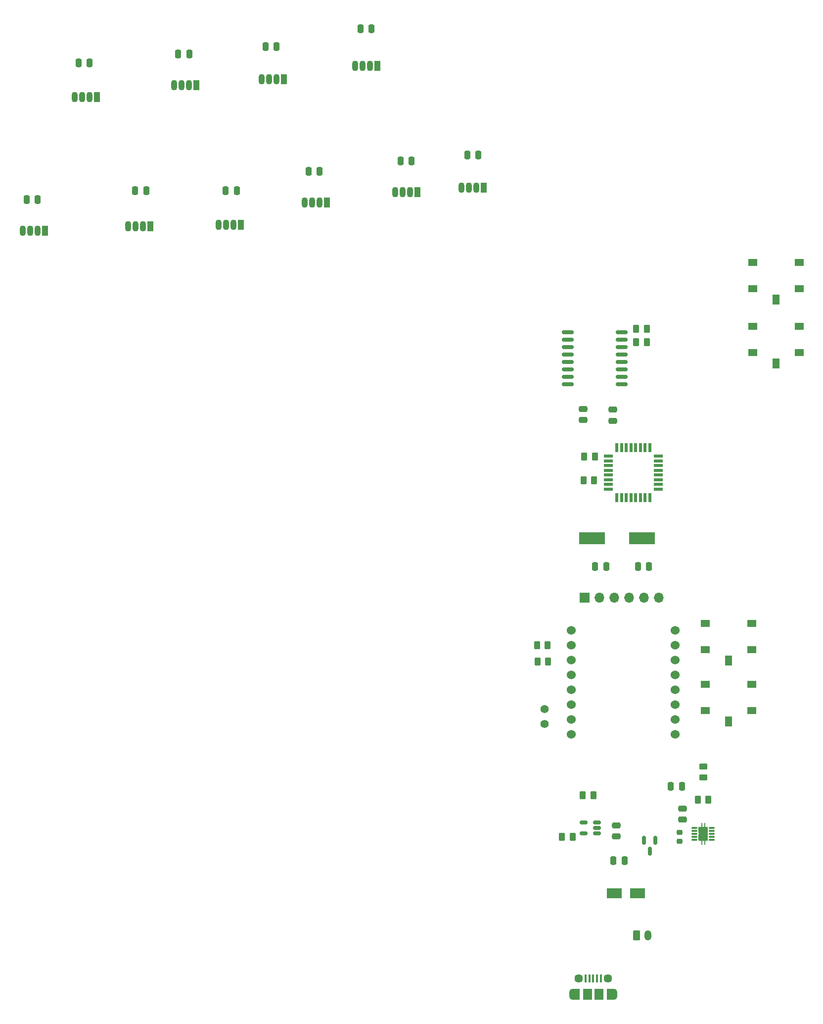
<source format=gbr>
%TF.GenerationSoftware,KiCad,Pcbnew,(6.0.9-0)*%
%TF.CreationDate,2023-01-14T11:07:59-05:00*%
%TF.ProjectId,JF-PimpleClock,4a462d50-696d-4706-9c65-436c6f636b2e,rev?*%
%TF.SameCoordinates,Original*%
%TF.FileFunction,Soldermask,Top*%
%TF.FilePolarity,Negative*%
%FSLAX46Y46*%
G04 Gerber Fmt 4.6, Leading zero omitted, Abs format (unit mm)*
G04 Created by KiCad (PCBNEW (6.0.9-0)) date 2023-01-14 11:07:59*
%MOMM*%
%LPD*%
G01*
G04 APERTURE LIST*
G04 Aperture macros list*
%AMRoundRect*
0 Rectangle with rounded corners*
0 $1 Rounding radius*
0 $2 $3 $4 $5 $6 $7 $8 $9 X,Y pos of 4 corners*
0 Add a 4 corners polygon primitive as box body*
4,1,4,$2,$3,$4,$5,$6,$7,$8,$9,$2,$3,0*
0 Add four circle primitives for the rounded corners*
1,1,$1+$1,$2,$3*
1,1,$1+$1,$4,$5*
1,1,$1+$1,$6,$7*
1,1,$1+$1,$8,$9*
0 Add four rect primitives between the rounded corners*
20,1,$1+$1,$2,$3,$4,$5,0*
20,1,$1+$1,$4,$5,$6,$7,0*
20,1,$1+$1,$6,$7,$8,$9,0*
20,1,$1+$1,$8,$9,$2,$3,0*%
G04 Aperture macros list end*
%ADD10RoundRect,0.250000X0.262500X0.450000X-0.262500X0.450000X-0.262500X-0.450000X0.262500X-0.450000X0*%
%ADD11RoundRect,0.250000X0.450000X-0.262500X0.450000X0.262500X-0.450000X0.262500X-0.450000X-0.262500X0*%
%ADD12R,1.700000X1.700000*%
%ADD13O,1.700000X1.700000*%
%ADD14RoundRect,0.250000X0.475000X-0.250000X0.475000X0.250000X-0.475000X0.250000X-0.475000X-0.250000X0*%
%ADD15O,0.990000X0.420000*%
%ADD16RoundRect,0.070000X-0.140000X-0.140000X0.140000X-0.140000X0.140000X0.140000X-0.140000X0.140000X0*%
%ADD17R,0.680000X1.050000*%
%ADD18C,0.600000*%
%ADD19R,0.260000X0.500000*%
%ADD20R,1.650000X2.400000*%
%ADD21R,0.280000X0.700000*%
%ADD22R,1.600000X0.550000*%
%ADD23R,0.550000X1.600000*%
%ADD24RoundRect,0.250000X-0.250000X-0.475000X0.250000X-0.475000X0.250000X0.475000X-0.250000X0.475000X0*%
%ADD25R,1.070000X1.800000*%
%ADD26O,1.070000X1.800000*%
%ADD27R,0.400000X1.350000*%
%ADD28R,1.500000X1.900000*%
%ADD29R,1.200000X1.900000*%
%ADD30C,1.450000*%
%ADD31O,1.200000X1.900000*%
%ADD32RoundRect,0.150000X-0.875000X-0.150000X0.875000X-0.150000X0.875000X0.150000X-0.875000X0.150000X0*%
%ADD33RoundRect,0.250000X0.250000X0.475000X-0.250000X0.475000X-0.250000X-0.475000X0.250000X-0.475000X0*%
%ADD34C,1.524000*%
%ADD35R,1.550000X1.300000*%
%ADD36R,1.300000X1.700000*%
%ADD37RoundRect,0.250000X-0.262500X-0.450000X0.262500X-0.450000X0.262500X0.450000X-0.262500X0.450000X0*%
%ADD38RoundRect,0.218750X0.256250X-0.218750X0.256250X0.218750X-0.256250X0.218750X-0.256250X-0.218750X0*%
%ADD39RoundRect,0.250000X-0.475000X0.250000X-0.475000X-0.250000X0.475000X-0.250000X0.475000X0.250000X0*%
%ADD40RoundRect,0.150000X0.512500X0.150000X-0.512500X0.150000X-0.512500X-0.150000X0.512500X-0.150000X0*%
%ADD41R,2.500000X1.800000*%
%ADD42RoundRect,0.250000X-0.350000X-0.625000X0.350000X-0.625000X0.350000X0.625000X-0.350000X0.625000X0*%
%ADD43O,1.200000X1.750000*%
%ADD44C,1.400000*%
%ADD45RoundRect,0.150000X-0.150000X0.587500X-0.150000X-0.587500X0.150000X-0.587500X0.150000X0.587500X0*%
%ADD46R,4.500000X2.000000*%
G04 APERTURE END LIST*
D10*
%TO.C,R3*%
X146338000Y52037500D03*
X144513000Y52037500D03*
%TD*%
D11*
%TO.C,R10*%
X168672000Y62197500D03*
X168672000Y64022500D03*
%TD*%
D12*
%TO.C,J1*%
X148336000Y92964000D03*
D13*
X150876000Y92964000D03*
X153416000Y92964000D03*
X155956000Y92964000D03*
X158496000Y92964000D03*
X161036000Y92964000D03*
%TD*%
D14*
%TO.C,C18*%
X153162000Y123190000D03*
X153162000Y125090000D03*
%TD*%
D15*
%TO.C,U5*%
X167197000Y53545500D03*
D16*
X166912000Y53545500D03*
X166912000Y53045500D03*
D15*
X167197000Y53045500D03*
X167197000Y52545500D03*
D16*
X166912000Y52545500D03*
D15*
X167197000Y52045500D03*
D16*
X166912000Y52045500D03*
X166912000Y51545500D03*
D15*
X167197000Y51545500D03*
X170147000Y51545500D03*
D16*
X170432000Y51545500D03*
D15*
X170147000Y52045500D03*
D16*
X170432000Y52045500D03*
X170432000Y52545500D03*
D15*
X170147000Y52545500D03*
D16*
X170432000Y53045500D03*
D15*
X170147000Y53045500D03*
D16*
X170432000Y53545500D03*
D15*
X170147000Y53545500D03*
D17*
X169122000Y51910500D03*
D18*
X168672000Y52545500D03*
D17*
X168222000Y51910500D03*
D18*
X168172000Y53295500D03*
D19*
X168922000Y54175500D03*
D18*
X169172000Y53295500D03*
D20*
X168672000Y52545500D03*
D21*
X168922000Y50995500D03*
D18*
X169172000Y51795500D03*
D21*
X168422000Y54095500D03*
D19*
X168422000Y50915500D03*
D21*
X168422000Y50995500D03*
D18*
X168172000Y51795500D03*
D17*
X169122000Y53180500D03*
X168222000Y53180500D03*
D21*
X168922000Y54095500D03*
D19*
X168922000Y50915500D03*
X168422000Y54175500D03*
%TD*%
D10*
%TO.C,R5*%
X150010500Y113030000D03*
X148185500Y113030000D03*
%TD*%
D22*
%TO.C,U1*%
X152468000Y117100000D03*
X152468000Y116300000D03*
X152468000Y115500000D03*
X152468000Y114700000D03*
X152468000Y113900000D03*
X152468000Y113100000D03*
X152468000Y112300000D03*
X152468000Y111500000D03*
D23*
X153918000Y110050000D03*
X154718000Y110050000D03*
X155518000Y110050000D03*
X156318000Y110050000D03*
X157118000Y110050000D03*
X157918000Y110050000D03*
X158718000Y110050000D03*
X159518000Y110050000D03*
D22*
X160968000Y111500000D03*
X160968000Y112300000D03*
X160968000Y113100000D03*
X160968000Y113900000D03*
X160968000Y114700000D03*
X160968000Y115500000D03*
X160968000Y116300000D03*
X160968000Y117100000D03*
D23*
X159518000Y118550000D03*
X158718000Y118550000D03*
X157918000Y118550000D03*
X157118000Y118550000D03*
X156318000Y118550000D03*
X155518000Y118550000D03*
X154718000Y118550000D03*
X153918000Y118550000D03*
%TD*%
D10*
%TO.C,R2*%
X159004000Y136652000D03*
X157179000Y136652000D03*
%TD*%
D24*
%TO.C,C13*%
X109982000Y190246000D03*
X111882000Y190246000D03*
%TD*%
D25*
%TO.C,Dh2*%
X81910000Y180594000D03*
D26*
X80640000Y180594000D03*
X79370000Y180594000D03*
X78100000Y180594000D03*
%TD*%
D27*
%TO.C,J4*%
X148544000Y27846000D03*
X149194000Y27846000D03*
X149844000Y27846000D03*
X150494000Y27846000D03*
X151144000Y27846000D03*
D28*
X150844000Y25146000D03*
X148844000Y25146000D03*
D29*
X152744000Y25146000D03*
D30*
X152344000Y27846000D03*
D31*
X153344000Y25146000D03*
D30*
X147344000Y27846000D03*
D29*
X146944000Y25146000D03*
D31*
X146344000Y25146000D03*
%TD*%
D32*
%TO.C,U2*%
X145464000Y138303000D03*
X145464000Y137033000D03*
X145464000Y135763000D03*
X145464000Y134493000D03*
X145464000Y133223000D03*
X145464000Y131953000D03*
X145464000Y130683000D03*
X145464000Y129413000D03*
X154764000Y129413000D03*
X154764000Y130683000D03*
X154764000Y131953000D03*
X154764000Y133223000D03*
X154764000Y134493000D03*
X154764000Y135763000D03*
X154764000Y137033000D03*
X154764000Y138303000D03*
%TD*%
D33*
%TO.C,C16*%
X165050000Y60673500D03*
X163150000Y60673500D03*
%TD*%
D24*
%TO.C,C12*%
X116840000Y167640000D03*
X118740000Y167640000D03*
%TD*%
D34*
%TO.C,U3*%
X146050000Y87376000D03*
X146050000Y84836000D03*
X146050000Y82296000D03*
X146050000Y79756000D03*
X146050000Y77216000D03*
X146050000Y74676000D03*
X146050000Y72136000D03*
X146050000Y69596000D03*
X163830000Y69596000D03*
X163830000Y72136000D03*
X163830000Y74676000D03*
X163830000Y77216000D03*
X163830000Y79756000D03*
X163830000Y82296000D03*
X163830000Y84836000D03*
X163830000Y87376000D03*
%TD*%
D24*
%TO.C,C9*%
X101092000Y165862000D03*
X102992000Y165862000D03*
%TD*%
D14*
%TO.C,C17*%
X165116000Y54963500D03*
X165116000Y56863500D03*
%TD*%
D24*
%TO.C,C10*%
X78806000Y185928000D03*
X80706000Y185928000D03*
%TD*%
D35*
%TO.C,SW3*%
X168994000Y78100000D03*
X176954000Y78100000D03*
X176954000Y73600000D03*
X168994000Y73600000D03*
D36*
X172974000Y71760000D03*
%TD*%
D25*
%TO.C,Dm3*%
X89530000Y156718000D03*
D26*
X88260000Y156718000D03*
X86990000Y156718000D03*
X85720000Y156718000D03*
%TD*%
D24*
%TO.C,C6*%
X71440000Y162560000D03*
X73340000Y162560000D03*
%TD*%
D37*
%TO.C,R9*%
X167759500Y58387500D03*
X169584500Y58387500D03*
%TD*%
D25*
%TO.C,Dm4*%
X104262000Y160528000D03*
D26*
X102992000Y160528000D03*
X101722000Y160528000D03*
X100452000Y160528000D03*
%TD*%
D24*
%TO.C,C11*%
X93726000Y187198000D03*
X95626000Y187198000D03*
%TD*%
D10*
%TO.C,R6*%
X142136500Y82042000D03*
X140311500Y82042000D03*
%TD*%
D25*
%TO.C,Dm5*%
X119756000Y162306000D03*
D26*
X118486000Y162306000D03*
X117216000Y162306000D03*
X115946000Y162306000D03*
%TD*%
D25*
%TO.C,Dm2*%
X74036000Y156464000D03*
D26*
X72766000Y156464000D03*
X71496000Y156464000D03*
X70226000Y156464000D03*
%TD*%
D38*
%TO.C,L1*%
X164608000Y51250000D03*
X164608000Y52825000D03*
%TD*%
D39*
%TO.C,C15*%
X153807500Y54003500D03*
X153807500Y52103500D03*
%TD*%
D10*
%TO.C,R1*%
X159004000Y138938000D03*
X157179000Y138938000D03*
%TD*%
D24*
%TO.C,C5*%
X52832000Y161036000D03*
X54732000Y161036000D03*
%TD*%
D40*
%TO.C,U4*%
X150505500Y52611500D03*
X150505500Y53561500D03*
X150505500Y54511500D03*
X148230500Y54511500D03*
X148230500Y52611500D03*
%TD*%
D24*
%TO.C,C8*%
X86934000Y162560000D03*
X88834000Y162560000D03*
%TD*%
D14*
%TO.C,C2*%
X148082000Y123322000D03*
X148082000Y125222000D03*
%TD*%
D24*
%TO.C,C14*%
X128270000Y168656000D03*
X130170000Y168656000D03*
%TD*%
%TO.C,C7*%
X61722000Y184404000D03*
X63622000Y184404000D03*
%TD*%
D25*
%TO.C,Dm1*%
X56002000Y155702000D03*
D26*
X54732000Y155702000D03*
X53462000Y155702000D03*
X52192000Y155702000D03*
%TD*%
D41*
%TO.C,D1*%
X153464000Y42385500D03*
X157464000Y42385500D03*
%TD*%
D35*
%TO.C,SW1*%
X177122000Y150236000D03*
X185082000Y150236000D03*
X185082000Y145736000D03*
X177122000Y145736000D03*
D36*
X181102000Y143896000D03*
%TD*%
D35*
%TO.C,SW4*%
X176954000Y88514000D03*
X168994000Y88514000D03*
X168994000Y84014000D03*
X176954000Y84014000D03*
D36*
X172974000Y82174000D03*
%TD*%
D42*
%TO.C,J2*%
X157242000Y35216000D03*
D43*
X159242000Y35216000D03*
%TD*%
D37*
%TO.C,R8*%
X148051000Y59149500D03*
X149876000Y59149500D03*
%TD*%
D35*
%TO.C,SW2*%
X185082000Y139314000D03*
X177122000Y139314000D03*
X185082000Y134814000D03*
X177122000Y134814000D03*
D36*
X181102000Y132974000D03*
%TD*%
D44*
%TO.C,J3*%
X141478000Y73894000D03*
X141478000Y71354000D03*
%TD*%
D25*
%TO.C,Dh3*%
X96896000Y181610000D03*
D26*
X95626000Y181610000D03*
X94356000Y181610000D03*
X93086000Y181610000D03*
%TD*%
D45*
%TO.C,Q1*%
X160478000Y51451000D03*
X158578000Y51451000D03*
X159528000Y49576000D03*
%TD*%
D24*
%TO.C,C3*%
X150180000Y98298000D03*
X152080000Y98298000D03*
%TD*%
D10*
%TO.C,R7*%
X142033000Y84836000D03*
X140208000Y84836000D03*
%TD*%
D33*
%TO.C,C1*%
X155210000Y47973500D03*
X153310000Y47973500D03*
%TD*%
D25*
%TO.C,Dh1*%
X64892000Y178562000D03*
D26*
X63622000Y178562000D03*
X62352000Y178562000D03*
X61082000Y178562000D03*
%TD*%
D33*
%TO.C,C4*%
X159380000Y98298000D03*
X157480000Y98298000D03*
%TD*%
D25*
%TO.C,Dm6*%
X131064000Y163068000D03*
D26*
X129794000Y163068000D03*
X128524000Y163068000D03*
X127254000Y163068000D03*
%TD*%
D46*
%TO.C,Y1*%
X158174000Y103124000D03*
X149674000Y103124000D03*
%TD*%
D25*
%TO.C,Dh4*%
X112898000Y183896000D03*
D26*
X111628000Y183896000D03*
X110358000Y183896000D03*
X109088000Y183896000D03*
%TD*%
D10*
%TO.C,R4*%
X150114000Y117094000D03*
X148289000Y117094000D03*
%TD*%
M02*

</source>
